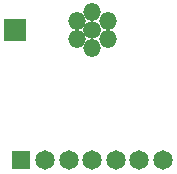
<source format=gts>
G04 #@! TF.FileFunction,Soldermask,Top*
%FSLAX46Y46*%
G04 Gerber Fmt 4.6, Leading zero omitted, Abs format (unit mm)*
G04 Created by KiCad (PCBNEW 4.0.7-e2-6376~58~ubuntu16.04.1) date Mon Mar 11 22:55:11 2019*
%MOMM*%
%LPD*%
G01*
G04 APERTURE LIST*
%ADD10C,0.100000*%
%ADD11O,1.500000X1.500000*%
%ADD12C,1.500000*%
%ADD13R,1.900000X1.900000*%
%ADD14R,1.650000X1.650000*%
%ADD15C,1.650000*%
G04 APERTURE END LIST*
D10*
D11*
X152000000Y-105500000D03*
X150700962Y-106250000D03*
X150700962Y-107749999D03*
X152000000Y-108500000D03*
X153299038Y-107750000D03*
X153299038Y-106250000D03*
D12*
X152000000Y-107000000D03*
D13*
X145500000Y-107000000D03*
D14*
X146000000Y-118000000D03*
D15*
X148000000Y-118000000D03*
X150000000Y-118000000D03*
X152000000Y-118000000D03*
X154000000Y-118000000D03*
X156000000Y-118000000D03*
X158000000Y-118000000D03*
M02*

</source>
